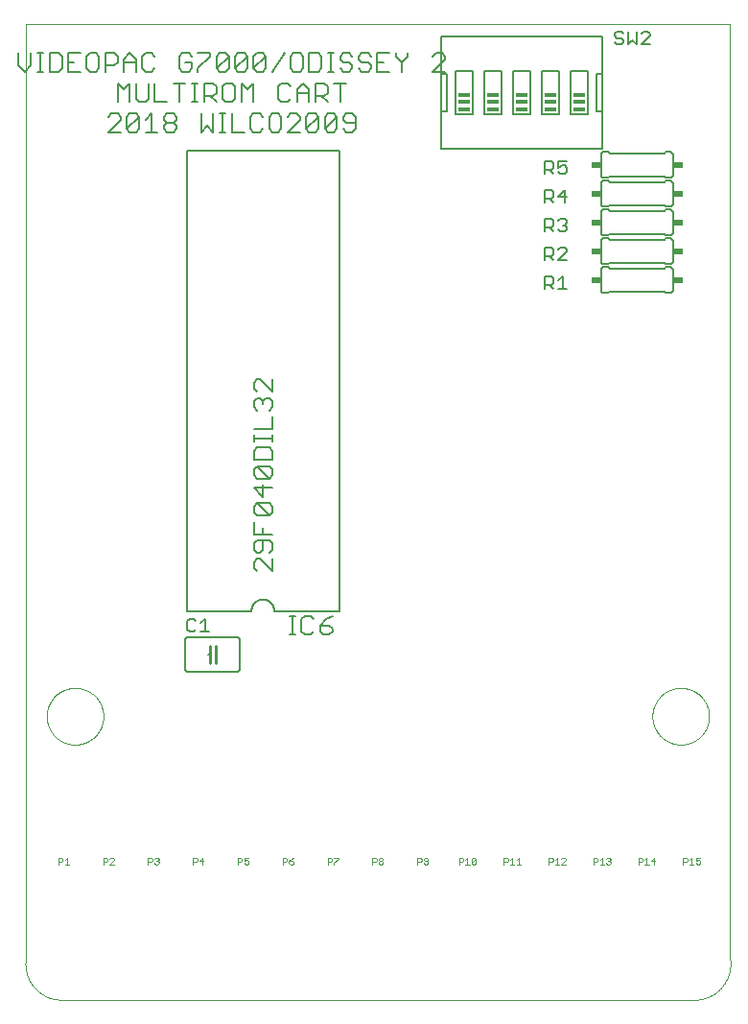
<source format=gto>
G75*
%MOIN*%
%OFA0B0*%
%FSLAX25Y25*%
%IPPOS*%
%LPD*%
%AMOC8*
5,1,8,0,0,1.08239X$1,22.5*
%
%ADD10C,0.00000*%
%ADD11C,0.00600*%
%ADD12C,0.00200*%
%ADD13R,0.03400X0.02400*%
%ADD14C,0.00500*%
%ADD15R,0.04000X0.01500*%
%ADD16C,0.01000*%
D10*
X0067595Y0047713D02*
X0067595Y0372634D01*
X0312516Y0372634D01*
X0312516Y0047713D01*
X0312517Y0047713D02*
X0312543Y0047410D01*
X0312563Y0047106D01*
X0312574Y0046802D01*
X0312579Y0046498D01*
X0312576Y0046194D01*
X0312566Y0045889D01*
X0312548Y0045586D01*
X0312524Y0045282D01*
X0312491Y0044980D01*
X0312452Y0044678D01*
X0312405Y0044377D01*
X0312351Y0044078D01*
X0312290Y0043780D01*
X0312221Y0043483D01*
X0312146Y0043189D01*
X0312063Y0042896D01*
X0311973Y0042605D01*
X0311877Y0042317D01*
X0311773Y0042030D01*
X0311663Y0041747D01*
X0311545Y0041466D01*
X0311421Y0041188D01*
X0311290Y0040914D01*
X0311153Y0040642D01*
X0311009Y0040374D01*
X0310859Y0040109D01*
X0310702Y0039849D01*
X0310539Y0039592D01*
X0310370Y0039339D01*
X0310195Y0039090D01*
X0310013Y0038845D01*
X0309826Y0038605D01*
X0309634Y0038370D01*
X0309435Y0038139D01*
X0309231Y0037913D01*
X0309022Y0037692D01*
X0308808Y0037477D01*
X0308588Y0037266D01*
X0308363Y0037061D01*
X0308133Y0036861D01*
X0307899Y0036667D01*
X0307660Y0036479D01*
X0307417Y0036296D01*
X0307169Y0036120D01*
X0306917Y0035949D01*
X0306661Y0035785D01*
X0306401Y0035627D01*
X0306137Y0035475D01*
X0305870Y0035330D01*
X0305599Y0035191D01*
X0305325Y0035058D01*
X0305048Y0034933D01*
X0304768Y0034814D01*
X0304485Y0034702D01*
X0304199Y0034596D01*
X0303911Y0034498D01*
X0303621Y0034407D01*
X0303329Y0034322D01*
X0303034Y0034245D01*
X0302738Y0034175D01*
X0302440Y0034112D01*
X0302141Y0034057D01*
X0301841Y0034008D01*
X0301539Y0033967D01*
X0301237Y0033933D01*
X0078875Y0033933D01*
X0078568Y0033968D01*
X0078262Y0034010D01*
X0077957Y0034059D01*
X0077653Y0034116D01*
X0077351Y0034180D01*
X0077050Y0034252D01*
X0076751Y0034331D01*
X0076455Y0034418D01*
X0076160Y0034512D01*
X0075868Y0034612D01*
X0075578Y0034720D01*
X0075292Y0034836D01*
X0075008Y0034958D01*
X0074727Y0035087D01*
X0074449Y0035223D01*
X0074175Y0035365D01*
X0073905Y0035515D01*
X0073638Y0035671D01*
X0073375Y0035833D01*
X0073116Y0036002D01*
X0072861Y0036177D01*
X0072611Y0036358D01*
X0072365Y0036546D01*
X0072124Y0036739D01*
X0071888Y0036939D01*
X0071657Y0037144D01*
X0071431Y0037354D01*
X0071210Y0037570D01*
X0070994Y0037792D01*
X0070784Y0038018D01*
X0070580Y0038250D01*
X0070381Y0038487D01*
X0070188Y0038729D01*
X0070002Y0038975D01*
X0069821Y0039225D01*
X0069646Y0039480D01*
X0069478Y0039740D01*
X0069316Y0040003D01*
X0069161Y0040270D01*
X0069012Y0040541D01*
X0068870Y0040816D01*
X0068735Y0041094D01*
X0068607Y0041375D01*
X0068485Y0041659D01*
X0068371Y0041946D01*
X0068264Y0042236D01*
X0068164Y0042528D01*
X0068071Y0042823D01*
X0067985Y0043120D01*
X0067907Y0043419D01*
X0067835Y0043720D01*
X0067772Y0044022D01*
X0067716Y0044326D01*
X0067667Y0044631D01*
X0067626Y0044937D01*
X0067592Y0045245D01*
X0067566Y0045553D01*
X0067547Y0045861D01*
X0067536Y0046170D01*
X0067533Y0046479D01*
X0067537Y0046788D01*
X0067549Y0047097D01*
X0067568Y0047405D01*
X0067595Y0047713D01*
X0074937Y0132358D02*
X0074940Y0132600D01*
X0074949Y0132841D01*
X0074964Y0133082D01*
X0074984Y0133323D01*
X0075011Y0133563D01*
X0075044Y0133802D01*
X0075082Y0134041D01*
X0075126Y0134278D01*
X0075176Y0134515D01*
X0075232Y0134750D01*
X0075294Y0134983D01*
X0075361Y0135215D01*
X0075434Y0135446D01*
X0075512Y0135674D01*
X0075597Y0135900D01*
X0075686Y0136125D01*
X0075781Y0136347D01*
X0075882Y0136566D01*
X0075988Y0136784D01*
X0076099Y0136998D01*
X0076216Y0137210D01*
X0076337Y0137418D01*
X0076464Y0137624D01*
X0076596Y0137826D01*
X0076733Y0138026D01*
X0076874Y0138221D01*
X0077020Y0138414D01*
X0077171Y0138602D01*
X0077327Y0138787D01*
X0077487Y0138968D01*
X0077651Y0139145D01*
X0077820Y0139318D01*
X0077993Y0139487D01*
X0078170Y0139651D01*
X0078351Y0139811D01*
X0078536Y0139967D01*
X0078724Y0140118D01*
X0078917Y0140264D01*
X0079112Y0140405D01*
X0079312Y0140542D01*
X0079514Y0140674D01*
X0079720Y0140801D01*
X0079928Y0140922D01*
X0080140Y0141039D01*
X0080354Y0141150D01*
X0080572Y0141256D01*
X0080791Y0141357D01*
X0081013Y0141452D01*
X0081238Y0141541D01*
X0081464Y0141626D01*
X0081692Y0141704D01*
X0081923Y0141777D01*
X0082155Y0141844D01*
X0082388Y0141906D01*
X0082623Y0141962D01*
X0082860Y0142012D01*
X0083097Y0142056D01*
X0083336Y0142094D01*
X0083575Y0142127D01*
X0083815Y0142154D01*
X0084056Y0142174D01*
X0084297Y0142189D01*
X0084538Y0142198D01*
X0084780Y0142201D01*
X0085022Y0142198D01*
X0085263Y0142189D01*
X0085504Y0142174D01*
X0085745Y0142154D01*
X0085985Y0142127D01*
X0086224Y0142094D01*
X0086463Y0142056D01*
X0086700Y0142012D01*
X0086937Y0141962D01*
X0087172Y0141906D01*
X0087405Y0141844D01*
X0087637Y0141777D01*
X0087868Y0141704D01*
X0088096Y0141626D01*
X0088322Y0141541D01*
X0088547Y0141452D01*
X0088769Y0141357D01*
X0088988Y0141256D01*
X0089206Y0141150D01*
X0089420Y0141039D01*
X0089632Y0140922D01*
X0089840Y0140801D01*
X0090046Y0140674D01*
X0090248Y0140542D01*
X0090448Y0140405D01*
X0090643Y0140264D01*
X0090836Y0140118D01*
X0091024Y0139967D01*
X0091209Y0139811D01*
X0091390Y0139651D01*
X0091567Y0139487D01*
X0091740Y0139318D01*
X0091909Y0139145D01*
X0092073Y0138968D01*
X0092233Y0138787D01*
X0092389Y0138602D01*
X0092540Y0138414D01*
X0092686Y0138221D01*
X0092827Y0138026D01*
X0092964Y0137826D01*
X0093096Y0137624D01*
X0093223Y0137418D01*
X0093344Y0137210D01*
X0093461Y0136998D01*
X0093572Y0136784D01*
X0093678Y0136566D01*
X0093779Y0136347D01*
X0093874Y0136125D01*
X0093963Y0135900D01*
X0094048Y0135674D01*
X0094126Y0135446D01*
X0094199Y0135215D01*
X0094266Y0134983D01*
X0094328Y0134750D01*
X0094384Y0134515D01*
X0094434Y0134278D01*
X0094478Y0134041D01*
X0094516Y0133802D01*
X0094549Y0133563D01*
X0094576Y0133323D01*
X0094596Y0133082D01*
X0094611Y0132841D01*
X0094620Y0132600D01*
X0094623Y0132358D01*
X0094620Y0132116D01*
X0094611Y0131875D01*
X0094596Y0131634D01*
X0094576Y0131393D01*
X0094549Y0131153D01*
X0094516Y0130914D01*
X0094478Y0130675D01*
X0094434Y0130438D01*
X0094384Y0130201D01*
X0094328Y0129966D01*
X0094266Y0129733D01*
X0094199Y0129501D01*
X0094126Y0129270D01*
X0094048Y0129042D01*
X0093963Y0128816D01*
X0093874Y0128591D01*
X0093779Y0128369D01*
X0093678Y0128150D01*
X0093572Y0127932D01*
X0093461Y0127718D01*
X0093344Y0127506D01*
X0093223Y0127298D01*
X0093096Y0127092D01*
X0092964Y0126890D01*
X0092827Y0126690D01*
X0092686Y0126495D01*
X0092540Y0126302D01*
X0092389Y0126114D01*
X0092233Y0125929D01*
X0092073Y0125748D01*
X0091909Y0125571D01*
X0091740Y0125398D01*
X0091567Y0125229D01*
X0091390Y0125065D01*
X0091209Y0124905D01*
X0091024Y0124749D01*
X0090836Y0124598D01*
X0090643Y0124452D01*
X0090448Y0124311D01*
X0090248Y0124174D01*
X0090046Y0124042D01*
X0089840Y0123915D01*
X0089632Y0123794D01*
X0089420Y0123677D01*
X0089206Y0123566D01*
X0088988Y0123460D01*
X0088769Y0123359D01*
X0088547Y0123264D01*
X0088322Y0123175D01*
X0088096Y0123090D01*
X0087868Y0123012D01*
X0087637Y0122939D01*
X0087405Y0122872D01*
X0087172Y0122810D01*
X0086937Y0122754D01*
X0086700Y0122704D01*
X0086463Y0122660D01*
X0086224Y0122622D01*
X0085985Y0122589D01*
X0085745Y0122562D01*
X0085504Y0122542D01*
X0085263Y0122527D01*
X0085022Y0122518D01*
X0084780Y0122515D01*
X0084538Y0122518D01*
X0084297Y0122527D01*
X0084056Y0122542D01*
X0083815Y0122562D01*
X0083575Y0122589D01*
X0083336Y0122622D01*
X0083097Y0122660D01*
X0082860Y0122704D01*
X0082623Y0122754D01*
X0082388Y0122810D01*
X0082155Y0122872D01*
X0081923Y0122939D01*
X0081692Y0123012D01*
X0081464Y0123090D01*
X0081238Y0123175D01*
X0081013Y0123264D01*
X0080791Y0123359D01*
X0080572Y0123460D01*
X0080354Y0123566D01*
X0080140Y0123677D01*
X0079928Y0123794D01*
X0079720Y0123915D01*
X0079514Y0124042D01*
X0079312Y0124174D01*
X0079112Y0124311D01*
X0078917Y0124452D01*
X0078724Y0124598D01*
X0078536Y0124749D01*
X0078351Y0124905D01*
X0078170Y0125065D01*
X0077993Y0125229D01*
X0077820Y0125398D01*
X0077651Y0125571D01*
X0077487Y0125748D01*
X0077327Y0125929D01*
X0077171Y0126114D01*
X0077020Y0126302D01*
X0076874Y0126495D01*
X0076733Y0126690D01*
X0076596Y0126890D01*
X0076464Y0127092D01*
X0076337Y0127298D01*
X0076216Y0127506D01*
X0076099Y0127718D01*
X0075988Y0127932D01*
X0075882Y0128150D01*
X0075781Y0128369D01*
X0075686Y0128591D01*
X0075597Y0128816D01*
X0075512Y0129042D01*
X0075434Y0129270D01*
X0075361Y0129501D01*
X0075294Y0129733D01*
X0075232Y0129966D01*
X0075176Y0130201D01*
X0075126Y0130438D01*
X0075082Y0130675D01*
X0075044Y0130914D01*
X0075011Y0131153D01*
X0074984Y0131393D01*
X0074964Y0131634D01*
X0074949Y0131875D01*
X0074940Y0132116D01*
X0074937Y0132358D01*
X0285488Y0132358D02*
X0285491Y0132600D01*
X0285500Y0132841D01*
X0285515Y0133082D01*
X0285535Y0133323D01*
X0285562Y0133563D01*
X0285595Y0133802D01*
X0285633Y0134041D01*
X0285677Y0134278D01*
X0285727Y0134515D01*
X0285783Y0134750D01*
X0285845Y0134983D01*
X0285912Y0135215D01*
X0285985Y0135446D01*
X0286063Y0135674D01*
X0286148Y0135900D01*
X0286237Y0136125D01*
X0286332Y0136347D01*
X0286433Y0136566D01*
X0286539Y0136784D01*
X0286650Y0136998D01*
X0286767Y0137210D01*
X0286888Y0137418D01*
X0287015Y0137624D01*
X0287147Y0137826D01*
X0287284Y0138026D01*
X0287425Y0138221D01*
X0287571Y0138414D01*
X0287722Y0138602D01*
X0287878Y0138787D01*
X0288038Y0138968D01*
X0288202Y0139145D01*
X0288371Y0139318D01*
X0288544Y0139487D01*
X0288721Y0139651D01*
X0288902Y0139811D01*
X0289087Y0139967D01*
X0289275Y0140118D01*
X0289468Y0140264D01*
X0289663Y0140405D01*
X0289863Y0140542D01*
X0290065Y0140674D01*
X0290271Y0140801D01*
X0290479Y0140922D01*
X0290691Y0141039D01*
X0290905Y0141150D01*
X0291123Y0141256D01*
X0291342Y0141357D01*
X0291564Y0141452D01*
X0291789Y0141541D01*
X0292015Y0141626D01*
X0292243Y0141704D01*
X0292474Y0141777D01*
X0292706Y0141844D01*
X0292939Y0141906D01*
X0293174Y0141962D01*
X0293411Y0142012D01*
X0293648Y0142056D01*
X0293887Y0142094D01*
X0294126Y0142127D01*
X0294366Y0142154D01*
X0294607Y0142174D01*
X0294848Y0142189D01*
X0295089Y0142198D01*
X0295331Y0142201D01*
X0295573Y0142198D01*
X0295814Y0142189D01*
X0296055Y0142174D01*
X0296296Y0142154D01*
X0296536Y0142127D01*
X0296775Y0142094D01*
X0297014Y0142056D01*
X0297251Y0142012D01*
X0297488Y0141962D01*
X0297723Y0141906D01*
X0297956Y0141844D01*
X0298188Y0141777D01*
X0298419Y0141704D01*
X0298647Y0141626D01*
X0298873Y0141541D01*
X0299098Y0141452D01*
X0299320Y0141357D01*
X0299539Y0141256D01*
X0299757Y0141150D01*
X0299971Y0141039D01*
X0300183Y0140922D01*
X0300391Y0140801D01*
X0300597Y0140674D01*
X0300799Y0140542D01*
X0300999Y0140405D01*
X0301194Y0140264D01*
X0301387Y0140118D01*
X0301575Y0139967D01*
X0301760Y0139811D01*
X0301941Y0139651D01*
X0302118Y0139487D01*
X0302291Y0139318D01*
X0302460Y0139145D01*
X0302624Y0138968D01*
X0302784Y0138787D01*
X0302940Y0138602D01*
X0303091Y0138414D01*
X0303237Y0138221D01*
X0303378Y0138026D01*
X0303515Y0137826D01*
X0303647Y0137624D01*
X0303774Y0137418D01*
X0303895Y0137210D01*
X0304012Y0136998D01*
X0304123Y0136784D01*
X0304229Y0136566D01*
X0304330Y0136347D01*
X0304425Y0136125D01*
X0304514Y0135900D01*
X0304599Y0135674D01*
X0304677Y0135446D01*
X0304750Y0135215D01*
X0304817Y0134983D01*
X0304879Y0134750D01*
X0304935Y0134515D01*
X0304985Y0134278D01*
X0305029Y0134041D01*
X0305067Y0133802D01*
X0305100Y0133563D01*
X0305127Y0133323D01*
X0305147Y0133082D01*
X0305162Y0132841D01*
X0305171Y0132600D01*
X0305174Y0132358D01*
X0305171Y0132116D01*
X0305162Y0131875D01*
X0305147Y0131634D01*
X0305127Y0131393D01*
X0305100Y0131153D01*
X0305067Y0130914D01*
X0305029Y0130675D01*
X0304985Y0130438D01*
X0304935Y0130201D01*
X0304879Y0129966D01*
X0304817Y0129733D01*
X0304750Y0129501D01*
X0304677Y0129270D01*
X0304599Y0129042D01*
X0304514Y0128816D01*
X0304425Y0128591D01*
X0304330Y0128369D01*
X0304229Y0128150D01*
X0304123Y0127932D01*
X0304012Y0127718D01*
X0303895Y0127506D01*
X0303774Y0127298D01*
X0303647Y0127092D01*
X0303515Y0126890D01*
X0303378Y0126690D01*
X0303237Y0126495D01*
X0303091Y0126302D01*
X0302940Y0126114D01*
X0302784Y0125929D01*
X0302624Y0125748D01*
X0302460Y0125571D01*
X0302291Y0125398D01*
X0302118Y0125229D01*
X0301941Y0125065D01*
X0301760Y0124905D01*
X0301575Y0124749D01*
X0301387Y0124598D01*
X0301194Y0124452D01*
X0300999Y0124311D01*
X0300799Y0124174D01*
X0300597Y0124042D01*
X0300391Y0123915D01*
X0300183Y0123794D01*
X0299971Y0123677D01*
X0299757Y0123566D01*
X0299539Y0123460D01*
X0299320Y0123359D01*
X0299098Y0123264D01*
X0298873Y0123175D01*
X0298647Y0123090D01*
X0298419Y0123012D01*
X0298188Y0122939D01*
X0297956Y0122872D01*
X0297723Y0122810D01*
X0297488Y0122754D01*
X0297251Y0122704D01*
X0297014Y0122660D01*
X0296775Y0122622D01*
X0296536Y0122589D01*
X0296296Y0122562D01*
X0296055Y0122542D01*
X0295814Y0122527D01*
X0295573Y0122518D01*
X0295331Y0122515D01*
X0295089Y0122518D01*
X0294848Y0122527D01*
X0294607Y0122542D01*
X0294366Y0122562D01*
X0294126Y0122589D01*
X0293887Y0122622D01*
X0293648Y0122660D01*
X0293411Y0122704D01*
X0293174Y0122754D01*
X0292939Y0122810D01*
X0292706Y0122872D01*
X0292474Y0122939D01*
X0292243Y0123012D01*
X0292015Y0123090D01*
X0291789Y0123175D01*
X0291564Y0123264D01*
X0291342Y0123359D01*
X0291123Y0123460D01*
X0290905Y0123566D01*
X0290691Y0123677D01*
X0290479Y0123794D01*
X0290271Y0123915D01*
X0290065Y0124042D01*
X0289863Y0124174D01*
X0289663Y0124311D01*
X0289468Y0124452D01*
X0289275Y0124598D01*
X0289087Y0124749D01*
X0288902Y0124905D01*
X0288721Y0125065D01*
X0288544Y0125229D01*
X0288371Y0125398D01*
X0288202Y0125571D01*
X0288038Y0125748D01*
X0287878Y0125929D01*
X0287722Y0126114D01*
X0287571Y0126302D01*
X0287425Y0126495D01*
X0287284Y0126690D01*
X0287147Y0126890D01*
X0287015Y0127092D01*
X0286888Y0127298D01*
X0286767Y0127506D01*
X0286650Y0127718D01*
X0286539Y0127932D01*
X0286433Y0128150D01*
X0286332Y0128369D01*
X0286237Y0128591D01*
X0286148Y0128816D01*
X0286063Y0129042D01*
X0285985Y0129270D01*
X0285912Y0129501D01*
X0285845Y0129733D01*
X0285783Y0129966D01*
X0285727Y0130201D01*
X0285677Y0130438D01*
X0285633Y0130675D01*
X0285595Y0130914D01*
X0285562Y0131153D01*
X0285535Y0131393D01*
X0285515Y0131634D01*
X0285500Y0131875D01*
X0285491Y0132116D01*
X0285488Y0132358D01*
D11*
X0176595Y0168933D02*
X0154095Y0168933D01*
X0159207Y0167139D02*
X0161342Y0167139D01*
X0160275Y0167139D02*
X0160275Y0160733D01*
X0161342Y0160733D02*
X0159207Y0160733D01*
X0163504Y0161801D02*
X0163504Y0166071D01*
X0164572Y0167139D01*
X0166707Y0167139D01*
X0167774Y0166071D01*
X0169950Y0163936D02*
X0173152Y0163936D01*
X0174220Y0162868D01*
X0174220Y0161801D01*
X0173152Y0160733D01*
X0171017Y0160733D01*
X0169950Y0161801D01*
X0169950Y0163936D01*
X0172085Y0166071D01*
X0174220Y0167139D01*
X0176595Y0168933D02*
X0176595Y0328933D01*
X0123595Y0328933D01*
X0123595Y0168933D01*
X0146095Y0168933D01*
X0146097Y0169059D01*
X0146103Y0169184D01*
X0146113Y0169309D01*
X0146127Y0169434D01*
X0146144Y0169559D01*
X0146166Y0169683D01*
X0146191Y0169806D01*
X0146221Y0169928D01*
X0146254Y0170049D01*
X0146291Y0170169D01*
X0146331Y0170288D01*
X0146376Y0170405D01*
X0146424Y0170522D01*
X0146476Y0170636D01*
X0146531Y0170749D01*
X0146590Y0170860D01*
X0146652Y0170969D01*
X0146718Y0171076D01*
X0146787Y0171181D01*
X0146859Y0171284D01*
X0146934Y0171385D01*
X0147013Y0171483D01*
X0147095Y0171578D01*
X0147179Y0171671D01*
X0147267Y0171761D01*
X0147357Y0171849D01*
X0147450Y0171933D01*
X0147545Y0172015D01*
X0147643Y0172094D01*
X0147744Y0172169D01*
X0147847Y0172241D01*
X0147952Y0172310D01*
X0148059Y0172376D01*
X0148168Y0172438D01*
X0148279Y0172497D01*
X0148392Y0172552D01*
X0148506Y0172604D01*
X0148623Y0172652D01*
X0148740Y0172697D01*
X0148859Y0172737D01*
X0148979Y0172774D01*
X0149100Y0172807D01*
X0149222Y0172837D01*
X0149345Y0172862D01*
X0149469Y0172884D01*
X0149594Y0172901D01*
X0149719Y0172915D01*
X0149844Y0172925D01*
X0149969Y0172931D01*
X0150095Y0172933D01*
X0150221Y0172931D01*
X0150346Y0172925D01*
X0150471Y0172915D01*
X0150596Y0172901D01*
X0150721Y0172884D01*
X0150845Y0172862D01*
X0150968Y0172837D01*
X0151090Y0172807D01*
X0151211Y0172774D01*
X0151331Y0172737D01*
X0151450Y0172697D01*
X0151567Y0172652D01*
X0151684Y0172604D01*
X0151798Y0172552D01*
X0151911Y0172497D01*
X0152022Y0172438D01*
X0152131Y0172376D01*
X0152238Y0172310D01*
X0152343Y0172241D01*
X0152446Y0172169D01*
X0152547Y0172094D01*
X0152645Y0172015D01*
X0152740Y0171933D01*
X0152833Y0171849D01*
X0152923Y0171761D01*
X0153011Y0171671D01*
X0153095Y0171578D01*
X0153177Y0171483D01*
X0153256Y0171385D01*
X0153331Y0171284D01*
X0153403Y0171181D01*
X0153472Y0171076D01*
X0153538Y0170969D01*
X0153600Y0170860D01*
X0153659Y0170749D01*
X0153714Y0170636D01*
X0153766Y0170522D01*
X0153814Y0170405D01*
X0153859Y0170288D01*
X0153899Y0170169D01*
X0153936Y0170049D01*
X0153969Y0169928D01*
X0153999Y0169806D01*
X0154024Y0169683D01*
X0154046Y0169559D01*
X0154063Y0169434D01*
X0154077Y0169309D01*
X0154087Y0169184D01*
X0154093Y0169059D01*
X0154095Y0168933D01*
X0163504Y0161801D02*
X0164572Y0160733D01*
X0166707Y0160733D01*
X0167774Y0161801D01*
X0153295Y0182733D02*
X0149025Y0187003D01*
X0147957Y0187003D01*
X0146890Y0185936D01*
X0146890Y0183801D01*
X0147957Y0182733D01*
X0153295Y0182733D02*
X0153295Y0187003D01*
X0152228Y0189179D02*
X0153295Y0190246D01*
X0153295Y0192381D01*
X0152228Y0193449D01*
X0147957Y0193449D01*
X0146890Y0192381D01*
X0146890Y0190246D01*
X0147957Y0189179D01*
X0149025Y0189179D01*
X0150092Y0190246D01*
X0150092Y0193449D01*
X0150092Y0195624D02*
X0150092Y0197759D01*
X0146890Y0195624D02*
X0146890Y0199894D01*
X0147957Y0202070D02*
X0146890Y0203137D01*
X0146890Y0205272D01*
X0147957Y0206340D01*
X0152228Y0202070D01*
X0153295Y0203137D01*
X0153295Y0205272D01*
X0152228Y0206340D01*
X0147957Y0206340D01*
X0150092Y0208515D02*
X0150092Y0212785D01*
X0147957Y0214961D02*
X0146890Y0216028D01*
X0146890Y0218163D01*
X0147957Y0219231D01*
X0152228Y0214961D01*
X0153295Y0216028D01*
X0153295Y0218163D01*
X0152228Y0219231D01*
X0147957Y0219231D01*
X0146890Y0221406D02*
X0146890Y0224609D01*
X0147957Y0225676D01*
X0152228Y0225676D01*
X0153295Y0224609D01*
X0153295Y0221406D01*
X0146890Y0221406D01*
X0147957Y0214961D02*
X0152228Y0214961D01*
X0153295Y0211718D02*
X0146890Y0211718D01*
X0150092Y0208515D01*
X0152228Y0202070D02*
X0147957Y0202070D01*
X0146890Y0195624D02*
X0153295Y0195624D01*
X0153295Y0227852D02*
X0153295Y0229987D01*
X0153295Y0228919D02*
X0146890Y0228919D01*
X0146890Y0227852D02*
X0146890Y0229987D01*
X0146890Y0232149D02*
X0153295Y0232149D01*
X0153295Y0236419D01*
X0152228Y0238594D02*
X0153295Y0239662D01*
X0153295Y0241797D01*
X0152228Y0242864D01*
X0151160Y0242864D01*
X0150092Y0241797D01*
X0150092Y0240729D01*
X0150092Y0241797D02*
X0149025Y0242864D01*
X0147957Y0242864D01*
X0146890Y0241797D01*
X0146890Y0239662D01*
X0147957Y0238594D01*
X0147957Y0245040D02*
X0146890Y0246107D01*
X0146890Y0248242D01*
X0147957Y0249310D01*
X0149025Y0249310D01*
X0153295Y0245040D01*
X0153295Y0249310D01*
X0212095Y0329433D02*
X0212095Y0342433D01*
X0212095Y0355433D01*
X0214095Y0355433D01*
X0214095Y0342433D01*
X0212095Y0342433D01*
X0217095Y0341433D02*
X0223095Y0341433D01*
X0223095Y0356433D01*
X0217095Y0356433D01*
X0217095Y0341433D01*
X0227095Y0341433D02*
X0233095Y0341433D01*
X0233095Y0356433D01*
X0227095Y0356433D01*
X0227095Y0341433D01*
X0237095Y0341433D02*
X0243095Y0341433D01*
X0243095Y0356433D01*
X0237095Y0356433D01*
X0237095Y0341433D01*
X0247095Y0341433D02*
X0253095Y0341433D01*
X0253095Y0356433D01*
X0247095Y0356433D01*
X0247095Y0341433D01*
X0257095Y0341433D02*
X0263095Y0341433D01*
X0263095Y0356433D01*
X0257095Y0356433D01*
X0257095Y0341433D01*
X0266095Y0342433D02*
X0268095Y0342433D01*
X0268095Y0355433D01*
X0268095Y0368433D01*
X0212095Y0368433D01*
X0212095Y0355433D01*
X0213417Y0356233D02*
X0209147Y0356233D01*
X0213417Y0360503D01*
X0213417Y0361571D01*
X0212350Y0362639D01*
X0210215Y0362639D01*
X0209147Y0361571D01*
X0200526Y0361571D02*
X0198391Y0359436D01*
X0198391Y0356233D01*
X0198391Y0359436D02*
X0196256Y0361571D01*
X0196256Y0362639D01*
X0194081Y0362639D02*
X0189810Y0362639D01*
X0189810Y0356233D01*
X0194081Y0356233D01*
X0191946Y0359436D02*
X0189810Y0359436D01*
X0187635Y0358368D02*
X0187635Y0357301D01*
X0186568Y0356233D01*
X0184433Y0356233D01*
X0183365Y0357301D01*
X0181190Y0357301D02*
X0180122Y0356233D01*
X0177987Y0356233D01*
X0176919Y0357301D01*
X0177987Y0359436D02*
X0180122Y0359436D01*
X0181190Y0358368D01*
X0181190Y0357301D01*
X0177987Y0359436D02*
X0176919Y0360503D01*
X0176919Y0361571D01*
X0177987Y0362639D01*
X0180122Y0362639D01*
X0181190Y0361571D01*
X0183365Y0361571D02*
X0183365Y0360503D01*
X0184433Y0359436D01*
X0186568Y0359436D01*
X0187635Y0358368D01*
X0187635Y0361571D02*
X0186568Y0362639D01*
X0184433Y0362639D01*
X0183365Y0361571D01*
X0174758Y0362639D02*
X0172622Y0362639D01*
X0173690Y0362639D02*
X0173690Y0356233D01*
X0172622Y0356233D02*
X0174758Y0356233D01*
X0174771Y0352139D02*
X0179041Y0352139D01*
X0176906Y0352139D02*
X0176906Y0345733D01*
X0172596Y0345733D02*
X0170461Y0347868D01*
X0171528Y0347868D02*
X0168326Y0347868D01*
X0168326Y0345733D02*
X0168326Y0352139D01*
X0171528Y0352139D01*
X0172596Y0351071D01*
X0172596Y0348936D01*
X0171528Y0347868D01*
X0166150Y0348936D02*
X0161880Y0348936D01*
X0161880Y0350003D02*
X0161880Y0345733D01*
X0159705Y0346801D02*
X0158637Y0345733D01*
X0156502Y0345733D01*
X0155435Y0346801D01*
X0155435Y0351071D01*
X0156502Y0352139D01*
X0158637Y0352139D01*
X0159705Y0351071D01*
X0161880Y0350003D02*
X0164015Y0352139D01*
X0166150Y0350003D01*
X0166150Y0345733D01*
X0166170Y0341639D02*
X0168306Y0341639D01*
X0169373Y0340571D01*
X0165103Y0336301D01*
X0166170Y0335233D01*
X0168306Y0335233D01*
X0169373Y0336301D01*
X0169373Y0340571D01*
X0171548Y0340571D02*
X0171548Y0336301D01*
X0175819Y0340571D01*
X0175819Y0336301D01*
X0174751Y0335233D01*
X0172616Y0335233D01*
X0171548Y0336301D01*
X0171548Y0340571D02*
X0172616Y0341639D01*
X0174751Y0341639D01*
X0175819Y0340571D01*
X0177994Y0340571D02*
X0177994Y0339503D01*
X0179061Y0338436D01*
X0182264Y0338436D01*
X0182264Y0340571D02*
X0181197Y0341639D01*
X0179061Y0341639D01*
X0177994Y0340571D01*
X0182264Y0340571D02*
X0182264Y0336301D01*
X0181197Y0335233D01*
X0179061Y0335233D01*
X0177994Y0336301D01*
X0165103Y0336301D02*
X0165103Y0340571D01*
X0166170Y0341639D01*
X0162928Y0340571D02*
X0161860Y0341639D01*
X0159725Y0341639D01*
X0158657Y0340571D01*
X0156482Y0340571D02*
X0156482Y0336301D01*
X0155415Y0335233D01*
X0153279Y0335233D01*
X0152212Y0336301D01*
X0152212Y0340571D01*
X0153279Y0341639D01*
X0155415Y0341639D01*
X0156482Y0340571D01*
X0158657Y0335233D02*
X0162928Y0339503D01*
X0162928Y0340571D01*
X0162928Y0335233D02*
X0158657Y0335233D01*
X0150037Y0336301D02*
X0148969Y0335233D01*
X0146834Y0335233D01*
X0145766Y0336301D01*
X0145766Y0340571D01*
X0146834Y0341639D01*
X0148969Y0341639D01*
X0150037Y0340571D01*
X0146814Y0345733D02*
X0146814Y0352139D01*
X0144679Y0350003D01*
X0142544Y0352139D01*
X0142544Y0345733D01*
X0140368Y0346801D02*
X0140368Y0351071D01*
X0139301Y0352139D01*
X0137166Y0352139D01*
X0136098Y0351071D01*
X0136098Y0346801D01*
X0137166Y0345733D01*
X0139301Y0345733D01*
X0140368Y0346801D01*
X0139321Y0341639D02*
X0139321Y0335233D01*
X0143591Y0335233D01*
X0137159Y0335233D02*
X0135024Y0335233D01*
X0136091Y0335233D02*
X0136091Y0341639D01*
X0135024Y0341639D02*
X0137159Y0341639D01*
X0132849Y0341639D02*
X0132849Y0335233D01*
X0130713Y0337368D01*
X0128578Y0335233D01*
X0128578Y0341639D01*
X0129653Y0345733D02*
X0129653Y0352139D01*
X0132855Y0352139D01*
X0133923Y0351071D01*
X0133923Y0348936D01*
X0132855Y0347868D01*
X0129653Y0347868D01*
X0131788Y0347868D02*
X0133923Y0345733D01*
X0127491Y0345733D02*
X0125356Y0345733D01*
X0126423Y0345733D02*
X0126423Y0352139D01*
X0125356Y0352139D02*
X0127491Y0352139D01*
X0127504Y0356233D02*
X0127504Y0357301D01*
X0131774Y0361571D01*
X0131774Y0362639D01*
X0127504Y0362639D01*
X0125329Y0361571D02*
X0124261Y0362639D01*
X0122126Y0362639D01*
X0121059Y0361571D01*
X0121059Y0357301D01*
X0122126Y0356233D01*
X0124261Y0356233D01*
X0125329Y0357301D01*
X0125329Y0359436D01*
X0123194Y0359436D01*
X0123180Y0352139D02*
X0118910Y0352139D01*
X0121045Y0352139D02*
X0121045Y0345733D01*
X0116735Y0345733D02*
X0112465Y0345733D01*
X0112465Y0352139D01*
X0110289Y0352139D02*
X0110289Y0346801D01*
X0109222Y0345733D01*
X0107087Y0345733D01*
X0106019Y0346801D01*
X0106019Y0352139D01*
X0103844Y0352139D02*
X0103844Y0345733D01*
X0101709Y0350003D02*
X0103844Y0352139D01*
X0101709Y0350003D02*
X0099574Y0352139D01*
X0099574Y0345733D01*
X0099554Y0341639D02*
X0097418Y0341639D01*
X0096351Y0340571D01*
X0099554Y0341639D02*
X0100621Y0340571D01*
X0100621Y0339503D01*
X0096351Y0335233D01*
X0100621Y0335233D01*
X0102796Y0336301D02*
X0107067Y0340571D01*
X0107067Y0336301D01*
X0105999Y0335233D01*
X0103864Y0335233D01*
X0102796Y0336301D01*
X0102796Y0340571D01*
X0103864Y0341639D01*
X0105999Y0341639D01*
X0107067Y0340571D01*
X0109242Y0339503D02*
X0111377Y0341639D01*
X0111377Y0335233D01*
X0109242Y0335233D02*
X0113512Y0335233D01*
X0115687Y0336301D02*
X0115687Y0337368D01*
X0116755Y0338436D01*
X0118890Y0338436D01*
X0119958Y0337368D01*
X0119958Y0336301D01*
X0118890Y0335233D01*
X0116755Y0335233D01*
X0115687Y0336301D01*
X0116755Y0338436D02*
X0115687Y0339503D01*
X0115687Y0340571D01*
X0116755Y0341639D01*
X0118890Y0341639D01*
X0119958Y0340571D01*
X0119958Y0339503D01*
X0118890Y0338436D01*
X0111370Y0356233D02*
X0109235Y0356233D01*
X0108168Y0357301D01*
X0108168Y0361571D01*
X0109235Y0362639D01*
X0111370Y0362639D01*
X0112438Y0361571D01*
X0112438Y0357301D02*
X0111370Y0356233D01*
X0105992Y0356233D02*
X0105992Y0360503D01*
X0103857Y0362639D01*
X0101722Y0360503D01*
X0101722Y0356233D01*
X0101722Y0359436D02*
X0105992Y0359436D01*
X0099547Y0359436D02*
X0098479Y0358368D01*
X0095277Y0358368D01*
X0095277Y0356233D02*
X0095277Y0362639D01*
X0098479Y0362639D01*
X0099547Y0361571D01*
X0099547Y0359436D01*
X0093101Y0357301D02*
X0093101Y0361571D01*
X0092034Y0362639D01*
X0089899Y0362639D01*
X0088831Y0361571D01*
X0088831Y0357301D01*
X0089899Y0356233D01*
X0092034Y0356233D01*
X0093101Y0357301D01*
X0086656Y0356233D02*
X0082386Y0356233D01*
X0082386Y0362639D01*
X0086656Y0362639D01*
X0084521Y0359436D02*
X0082386Y0359436D01*
X0080210Y0361571D02*
X0079143Y0362639D01*
X0075940Y0362639D01*
X0075940Y0356233D01*
X0079143Y0356233D01*
X0080210Y0357301D01*
X0080210Y0361571D01*
X0073778Y0362639D02*
X0071643Y0362639D01*
X0072711Y0362639D02*
X0072711Y0356233D01*
X0073778Y0356233D02*
X0071643Y0356233D01*
X0069468Y0358368D02*
X0069468Y0362639D01*
X0069468Y0358368D02*
X0067333Y0356233D01*
X0065198Y0358368D01*
X0065198Y0362639D01*
X0133950Y0361571D02*
X0133950Y0357301D01*
X0138220Y0361571D01*
X0138220Y0357301D01*
X0137152Y0356233D01*
X0135017Y0356233D01*
X0133950Y0357301D01*
X0133950Y0361571D02*
X0135017Y0362639D01*
X0137152Y0362639D01*
X0138220Y0361571D01*
X0140395Y0361571D02*
X0140395Y0357301D01*
X0144665Y0361571D01*
X0144665Y0357301D01*
X0143598Y0356233D01*
X0141463Y0356233D01*
X0140395Y0357301D01*
X0140395Y0361571D02*
X0141463Y0362639D01*
X0143598Y0362639D01*
X0144665Y0361571D01*
X0146841Y0361571D02*
X0147908Y0362639D01*
X0150043Y0362639D01*
X0151111Y0361571D01*
X0146841Y0357301D01*
X0147908Y0356233D01*
X0150043Y0356233D01*
X0151111Y0357301D01*
X0151111Y0361571D01*
X0146841Y0361571D02*
X0146841Y0357301D01*
X0153286Y0356233D02*
X0157556Y0362639D01*
X0159731Y0361571D02*
X0159731Y0357301D01*
X0160799Y0356233D01*
X0162934Y0356233D01*
X0164002Y0357301D01*
X0164002Y0361571D01*
X0162934Y0362639D01*
X0160799Y0362639D01*
X0159731Y0361571D01*
X0166177Y0362639D02*
X0166177Y0356233D01*
X0169380Y0356233D01*
X0170447Y0357301D01*
X0170447Y0361571D01*
X0169380Y0362639D01*
X0166177Y0362639D01*
X0200526Y0362639D02*
X0200526Y0361571D01*
X0212095Y0329433D02*
X0268095Y0329433D01*
X0268095Y0342433D01*
X0266095Y0342433D02*
X0266095Y0355433D01*
X0268095Y0355433D01*
X0268595Y0328433D02*
X0270095Y0328433D01*
X0270595Y0327933D01*
X0289595Y0327933D01*
X0290095Y0328433D01*
X0291595Y0328433D01*
X0291655Y0328431D01*
X0291716Y0328426D01*
X0291775Y0328417D01*
X0291834Y0328404D01*
X0291893Y0328388D01*
X0291950Y0328368D01*
X0292005Y0328345D01*
X0292060Y0328318D01*
X0292112Y0328289D01*
X0292163Y0328256D01*
X0292212Y0328220D01*
X0292258Y0328182D01*
X0292302Y0328140D01*
X0292344Y0328096D01*
X0292382Y0328050D01*
X0292418Y0328001D01*
X0292451Y0327950D01*
X0292480Y0327898D01*
X0292507Y0327843D01*
X0292530Y0327788D01*
X0292550Y0327731D01*
X0292566Y0327672D01*
X0292579Y0327613D01*
X0292588Y0327554D01*
X0292593Y0327493D01*
X0292595Y0327433D01*
X0292595Y0320433D01*
X0292593Y0320373D01*
X0292588Y0320312D01*
X0292579Y0320253D01*
X0292566Y0320194D01*
X0292550Y0320135D01*
X0292530Y0320078D01*
X0292507Y0320023D01*
X0292480Y0319968D01*
X0292451Y0319916D01*
X0292418Y0319865D01*
X0292382Y0319816D01*
X0292344Y0319770D01*
X0292302Y0319726D01*
X0292258Y0319684D01*
X0292212Y0319646D01*
X0292163Y0319610D01*
X0292112Y0319577D01*
X0292060Y0319548D01*
X0292005Y0319521D01*
X0291950Y0319498D01*
X0291893Y0319478D01*
X0291834Y0319462D01*
X0291775Y0319449D01*
X0291716Y0319440D01*
X0291655Y0319435D01*
X0291595Y0319433D01*
X0290095Y0319433D01*
X0289595Y0319933D01*
X0270595Y0319933D01*
X0270095Y0319433D01*
X0268595Y0319433D01*
X0268595Y0318433D02*
X0270095Y0318433D01*
X0270595Y0317933D01*
X0289595Y0317933D01*
X0290095Y0318433D01*
X0291595Y0318433D01*
X0291655Y0318431D01*
X0291716Y0318426D01*
X0291775Y0318417D01*
X0291834Y0318404D01*
X0291893Y0318388D01*
X0291950Y0318368D01*
X0292005Y0318345D01*
X0292060Y0318318D01*
X0292112Y0318289D01*
X0292163Y0318256D01*
X0292212Y0318220D01*
X0292258Y0318182D01*
X0292302Y0318140D01*
X0292344Y0318096D01*
X0292382Y0318050D01*
X0292418Y0318001D01*
X0292451Y0317950D01*
X0292480Y0317898D01*
X0292507Y0317843D01*
X0292530Y0317788D01*
X0292550Y0317731D01*
X0292566Y0317672D01*
X0292579Y0317613D01*
X0292588Y0317554D01*
X0292593Y0317493D01*
X0292595Y0317433D01*
X0292595Y0310433D01*
X0292593Y0310373D01*
X0292588Y0310312D01*
X0292579Y0310253D01*
X0292566Y0310194D01*
X0292550Y0310135D01*
X0292530Y0310078D01*
X0292507Y0310023D01*
X0292480Y0309968D01*
X0292451Y0309916D01*
X0292418Y0309865D01*
X0292382Y0309816D01*
X0292344Y0309770D01*
X0292302Y0309726D01*
X0292258Y0309684D01*
X0292212Y0309646D01*
X0292163Y0309610D01*
X0292112Y0309577D01*
X0292060Y0309548D01*
X0292005Y0309521D01*
X0291950Y0309498D01*
X0291893Y0309478D01*
X0291834Y0309462D01*
X0291775Y0309449D01*
X0291716Y0309440D01*
X0291655Y0309435D01*
X0291595Y0309433D01*
X0290095Y0309433D01*
X0289595Y0309933D01*
X0270595Y0309933D01*
X0270095Y0309433D01*
X0268595Y0309433D01*
X0268595Y0308433D02*
X0270095Y0308433D01*
X0270595Y0307933D01*
X0289595Y0307933D01*
X0290095Y0308433D01*
X0291595Y0308433D01*
X0291655Y0308431D01*
X0291716Y0308426D01*
X0291775Y0308417D01*
X0291834Y0308404D01*
X0291893Y0308388D01*
X0291950Y0308368D01*
X0292005Y0308345D01*
X0292060Y0308318D01*
X0292112Y0308289D01*
X0292163Y0308256D01*
X0292212Y0308220D01*
X0292258Y0308182D01*
X0292302Y0308140D01*
X0292344Y0308096D01*
X0292382Y0308050D01*
X0292418Y0308001D01*
X0292451Y0307950D01*
X0292480Y0307898D01*
X0292507Y0307843D01*
X0292530Y0307788D01*
X0292550Y0307731D01*
X0292566Y0307672D01*
X0292579Y0307613D01*
X0292588Y0307554D01*
X0292593Y0307493D01*
X0292595Y0307433D01*
X0292595Y0300433D01*
X0292593Y0300373D01*
X0292588Y0300312D01*
X0292579Y0300253D01*
X0292566Y0300194D01*
X0292550Y0300135D01*
X0292530Y0300078D01*
X0292507Y0300023D01*
X0292480Y0299968D01*
X0292451Y0299916D01*
X0292418Y0299865D01*
X0292382Y0299816D01*
X0292344Y0299770D01*
X0292302Y0299726D01*
X0292258Y0299684D01*
X0292212Y0299646D01*
X0292163Y0299610D01*
X0292112Y0299577D01*
X0292060Y0299548D01*
X0292005Y0299521D01*
X0291950Y0299498D01*
X0291893Y0299478D01*
X0291834Y0299462D01*
X0291775Y0299449D01*
X0291716Y0299440D01*
X0291655Y0299435D01*
X0291595Y0299433D01*
X0290095Y0299433D01*
X0289595Y0299933D01*
X0270595Y0299933D01*
X0270095Y0299433D01*
X0268595Y0299433D01*
X0268595Y0298433D02*
X0270095Y0298433D01*
X0270595Y0297933D01*
X0289595Y0297933D01*
X0290095Y0298433D01*
X0291595Y0298433D01*
X0291655Y0298431D01*
X0291716Y0298426D01*
X0291775Y0298417D01*
X0291834Y0298404D01*
X0291893Y0298388D01*
X0291950Y0298368D01*
X0292005Y0298345D01*
X0292060Y0298318D01*
X0292112Y0298289D01*
X0292163Y0298256D01*
X0292212Y0298220D01*
X0292258Y0298182D01*
X0292302Y0298140D01*
X0292344Y0298096D01*
X0292382Y0298050D01*
X0292418Y0298001D01*
X0292451Y0297950D01*
X0292480Y0297898D01*
X0292507Y0297843D01*
X0292530Y0297788D01*
X0292550Y0297731D01*
X0292566Y0297672D01*
X0292579Y0297613D01*
X0292588Y0297554D01*
X0292593Y0297493D01*
X0292595Y0297433D01*
X0292595Y0290433D01*
X0292593Y0290373D01*
X0292588Y0290312D01*
X0292579Y0290253D01*
X0292566Y0290194D01*
X0292550Y0290135D01*
X0292530Y0290078D01*
X0292507Y0290023D01*
X0292480Y0289968D01*
X0292451Y0289916D01*
X0292418Y0289865D01*
X0292382Y0289816D01*
X0292344Y0289770D01*
X0292302Y0289726D01*
X0292258Y0289684D01*
X0292212Y0289646D01*
X0292163Y0289610D01*
X0292112Y0289577D01*
X0292060Y0289548D01*
X0292005Y0289521D01*
X0291950Y0289498D01*
X0291893Y0289478D01*
X0291834Y0289462D01*
X0291775Y0289449D01*
X0291716Y0289440D01*
X0291655Y0289435D01*
X0291595Y0289433D01*
X0290095Y0289433D01*
X0289595Y0289933D01*
X0270595Y0289933D01*
X0270095Y0289433D01*
X0268595Y0289433D01*
X0268595Y0288433D02*
X0270095Y0288433D01*
X0270595Y0287933D01*
X0289595Y0287933D01*
X0290095Y0288433D01*
X0291595Y0288433D01*
X0291655Y0288431D01*
X0291716Y0288426D01*
X0291775Y0288417D01*
X0291834Y0288404D01*
X0291893Y0288388D01*
X0291950Y0288368D01*
X0292005Y0288345D01*
X0292060Y0288318D01*
X0292112Y0288289D01*
X0292163Y0288256D01*
X0292212Y0288220D01*
X0292258Y0288182D01*
X0292302Y0288140D01*
X0292344Y0288096D01*
X0292382Y0288050D01*
X0292418Y0288001D01*
X0292451Y0287950D01*
X0292480Y0287898D01*
X0292507Y0287843D01*
X0292530Y0287788D01*
X0292550Y0287731D01*
X0292566Y0287672D01*
X0292579Y0287613D01*
X0292588Y0287554D01*
X0292593Y0287493D01*
X0292595Y0287433D01*
X0292595Y0280433D01*
X0292593Y0280373D01*
X0292588Y0280312D01*
X0292579Y0280253D01*
X0292566Y0280194D01*
X0292550Y0280135D01*
X0292530Y0280078D01*
X0292507Y0280023D01*
X0292480Y0279968D01*
X0292451Y0279916D01*
X0292418Y0279865D01*
X0292382Y0279816D01*
X0292344Y0279770D01*
X0292302Y0279726D01*
X0292258Y0279684D01*
X0292212Y0279646D01*
X0292163Y0279610D01*
X0292112Y0279577D01*
X0292060Y0279548D01*
X0292005Y0279521D01*
X0291950Y0279498D01*
X0291893Y0279478D01*
X0291834Y0279462D01*
X0291775Y0279449D01*
X0291716Y0279440D01*
X0291655Y0279435D01*
X0291595Y0279433D01*
X0290095Y0279433D01*
X0289595Y0279933D01*
X0270595Y0279933D01*
X0270095Y0279433D01*
X0268595Y0279433D01*
X0268535Y0279435D01*
X0268474Y0279440D01*
X0268415Y0279449D01*
X0268356Y0279462D01*
X0268297Y0279478D01*
X0268240Y0279498D01*
X0268185Y0279521D01*
X0268130Y0279548D01*
X0268078Y0279577D01*
X0268027Y0279610D01*
X0267978Y0279646D01*
X0267932Y0279684D01*
X0267888Y0279726D01*
X0267846Y0279770D01*
X0267808Y0279816D01*
X0267772Y0279865D01*
X0267739Y0279916D01*
X0267710Y0279968D01*
X0267683Y0280023D01*
X0267660Y0280078D01*
X0267640Y0280135D01*
X0267624Y0280194D01*
X0267611Y0280253D01*
X0267602Y0280312D01*
X0267597Y0280373D01*
X0267595Y0280433D01*
X0267595Y0287433D01*
X0267597Y0287493D01*
X0267602Y0287554D01*
X0267611Y0287613D01*
X0267624Y0287672D01*
X0267640Y0287731D01*
X0267660Y0287788D01*
X0267683Y0287843D01*
X0267710Y0287898D01*
X0267739Y0287950D01*
X0267772Y0288001D01*
X0267808Y0288050D01*
X0267846Y0288096D01*
X0267888Y0288140D01*
X0267932Y0288182D01*
X0267978Y0288220D01*
X0268027Y0288256D01*
X0268078Y0288289D01*
X0268130Y0288318D01*
X0268185Y0288345D01*
X0268240Y0288368D01*
X0268297Y0288388D01*
X0268356Y0288404D01*
X0268415Y0288417D01*
X0268474Y0288426D01*
X0268535Y0288431D01*
X0268595Y0288433D01*
X0268595Y0289433D02*
X0268535Y0289435D01*
X0268474Y0289440D01*
X0268415Y0289449D01*
X0268356Y0289462D01*
X0268297Y0289478D01*
X0268240Y0289498D01*
X0268185Y0289521D01*
X0268130Y0289548D01*
X0268078Y0289577D01*
X0268027Y0289610D01*
X0267978Y0289646D01*
X0267932Y0289684D01*
X0267888Y0289726D01*
X0267846Y0289770D01*
X0267808Y0289816D01*
X0267772Y0289865D01*
X0267739Y0289916D01*
X0267710Y0289968D01*
X0267683Y0290023D01*
X0267660Y0290078D01*
X0267640Y0290135D01*
X0267624Y0290194D01*
X0267611Y0290253D01*
X0267602Y0290312D01*
X0267597Y0290373D01*
X0267595Y0290433D01*
X0267595Y0297433D01*
X0267597Y0297493D01*
X0267602Y0297554D01*
X0267611Y0297613D01*
X0267624Y0297672D01*
X0267640Y0297731D01*
X0267660Y0297788D01*
X0267683Y0297843D01*
X0267710Y0297898D01*
X0267739Y0297950D01*
X0267772Y0298001D01*
X0267808Y0298050D01*
X0267846Y0298096D01*
X0267888Y0298140D01*
X0267932Y0298182D01*
X0267978Y0298220D01*
X0268027Y0298256D01*
X0268078Y0298289D01*
X0268130Y0298318D01*
X0268185Y0298345D01*
X0268240Y0298368D01*
X0268297Y0298388D01*
X0268356Y0298404D01*
X0268415Y0298417D01*
X0268474Y0298426D01*
X0268535Y0298431D01*
X0268595Y0298433D01*
X0268595Y0299433D02*
X0268535Y0299435D01*
X0268474Y0299440D01*
X0268415Y0299449D01*
X0268356Y0299462D01*
X0268297Y0299478D01*
X0268240Y0299498D01*
X0268185Y0299521D01*
X0268130Y0299548D01*
X0268078Y0299577D01*
X0268027Y0299610D01*
X0267978Y0299646D01*
X0267932Y0299684D01*
X0267888Y0299726D01*
X0267846Y0299770D01*
X0267808Y0299816D01*
X0267772Y0299865D01*
X0267739Y0299916D01*
X0267710Y0299968D01*
X0267683Y0300023D01*
X0267660Y0300078D01*
X0267640Y0300135D01*
X0267624Y0300194D01*
X0267611Y0300253D01*
X0267602Y0300312D01*
X0267597Y0300373D01*
X0267595Y0300433D01*
X0267595Y0307433D01*
X0267597Y0307493D01*
X0267602Y0307554D01*
X0267611Y0307613D01*
X0267624Y0307672D01*
X0267640Y0307731D01*
X0267660Y0307788D01*
X0267683Y0307843D01*
X0267710Y0307898D01*
X0267739Y0307950D01*
X0267772Y0308001D01*
X0267808Y0308050D01*
X0267846Y0308096D01*
X0267888Y0308140D01*
X0267932Y0308182D01*
X0267978Y0308220D01*
X0268027Y0308256D01*
X0268078Y0308289D01*
X0268130Y0308318D01*
X0268185Y0308345D01*
X0268240Y0308368D01*
X0268297Y0308388D01*
X0268356Y0308404D01*
X0268415Y0308417D01*
X0268474Y0308426D01*
X0268535Y0308431D01*
X0268595Y0308433D01*
X0268595Y0309433D02*
X0268535Y0309435D01*
X0268474Y0309440D01*
X0268415Y0309449D01*
X0268356Y0309462D01*
X0268297Y0309478D01*
X0268240Y0309498D01*
X0268185Y0309521D01*
X0268130Y0309548D01*
X0268078Y0309577D01*
X0268027Y0309610D01*
X0267978Y0309646D01*
X0267932Y0309684D01*
X0267888Y0309726D01*
X0267846Y0309770D01*
X0267808Y0309816D01*
X0267772Y0309865D01*
X0267739Y0309916D01*
X0267710Y0309968D01*
X0267683Y0310023D01*
X0267660Y0310078D01*
X0267640Y0310135D01*
X0267624Y0310194D01*
X0267611Y0310253D01*
X0267602Y0310312D01*
X0267597Y0310373D01*
X0267595Y0310433D01*
X0267595Y0317433D01*
X0267597Y0317493D01*
X0267602Y0317554D01*
X0267611Y0317613D01*
X0267624Y0317672D01*
X0267640Y0317731D01*
X0267660Y0317788D01*
X0267683Y0317843D01*
X0267710Y0317898D01*
X0267739Y0317950D01*
X0267772Y0318001D01*
X0267808Y0318050D01*
X0267846Y0318096D01*
X0267888Y0318140D01*
X0267932Y0318182D01*
X0267978Y0318220D01*
X0268027Y0318256D01*
X0268078Y0318289D01*
X0268130Y0318318D01*
X0268185Y0318345D01*
X0268240Y0318368D01*
X0268297Y0318388D01*
X0268356Y0318404D01*
X0268415Y0318417D01*
X0268474Y0318426D01*
X0268535Y0318431D01*
X0268595Y0318433D01*
X0268595Y0319433D02*
X0268535Y0319435D01*
X0268474Y0319440D01*
X0268415Y0319449D01*
X0268356Y0319462D01*
X0268297Y0319478D01*
X0268240Y0319498D01*
X0268185Y0319521D01*
X0268130Y0319548D01*
X0268078Y0319577D01*
X0268027Y0319610D01*
X0267978Y0319646D01*
X0267932Y0319684D01*
X0267888Y0319726D01*
X0267846Y0319770D01*
X0267808Y0319816D01*
X0267772Y0319865D01*
X0267739Y0319916D01*
X0267710Y0319968D01*
X0267683Y0320023D01*
X0267660Y0320078D01*
X0267640Y0320135D01*
X0267624Y0320194D01*
X0267611Y0320253D01*
X0267602Y0320312D01*
X0267597Y0320373D01*
X0267595Y0320433D01*
X0267595Y0327433D01*
X0267597Y0327493D01*
X0267602Y0327554D01*
X0267611Y0327613D01*
X0267624Y0327672D01*
X0267640Y0327731D01*
X0267660Y0327788D01*
X0267683Y0327843D01*
X0267710Y0327898D01*
X0267739Y0327950D01*
X0267772Y0328001D01*
X0267808Y0328050D01*
X0267846Y0328096D01*
X0267888Y0328140D01*
X0267932Y0328182D01*
X0267978Y0328220D01*
X0268027Y0328256D01*
X0268078Y0328289D01*
X0268130Y0328318D01*
X0268185Y0328345D01*
X0268240Y0328368D01*
X0268297Y0328388D01*
X0268356Y0328404D01*
X0268415Y0328417D01*
X0268474Y0328426D01*
X0268535Y0328431D01*
X0268595Y0328433D01*
X0141095Y0159933D02*
X0124095Y0159933D01*
X0124035Y0159931D01*
X0123974Y0159926D01*
X0123915Y0159917D01*
X0123856Y0159904D01*
X0123797Y0159888D01*
X0123740Y0159868D01*
X0123685Y0159845D01*
X0123630Y0159818D01*
X0123578Y0159789D01*
X0123527Y0159756D01*
X0123478Y0159720D01*
X0123432Y0159682D01*
X0123388Y0159640D01*
X0123346Y0159596D01*
X0123308Y0159550D01*
X0123272Y0159501D01*
X0123239Y0159450D01*
X0123210Y0159398D01*
X0123183Y0159343D01*
X0123160Y0159288D01*
X0123140Y0159231D01*
X0123124Y0159172D01*
X0123111Y0159113D01*
X0123102Y0159054D01*
X0123097Y0158993D01*
X0123095Y0158933D01*
X0123095Y0148933D01*
X0123097Y0148873D01*
X0123102Y0148812D01*
X0123111Y0148753D01*
X0123124Y0148694D01*
X0123140Y0148635D01*
X0123160Y0148578D01*
X0123183Y0148523D01*
X0123210Y0148468D01*
X0123239Y0148416D01*
X0123272Y0148365D01*
X0123308Y0148316D01*
X0123346Y0148270D01*
X0123388Y0148226D01*
X0123432Y0148184D01*
X0123478Y0148146D01*
X0123527Y0148110D01*
X0123578Y0148077D01*
X0123630Y0148048D01*
X0123685Y0148021D01*
X0123740Y0147998D01*
X0123797Y0147978D01*
X0123856Y0147962D01*
X0123915Y0147949D01*
X0123974Y0147940D01*
X0124035Y0147935D01*
X0124095Y0147933D01*
X0141095Y0147933D01*
X0141155Y0147935D01*
X0141216Y0147940D01*
X0141275Y0147949D01*
X0141334Y0147962D01*
X0141393Y0147978D01*
X0141450Y0147998D01*
X0141505Y0148021D01*
X0141560Y0148048D01*
X0141612Y0148077D01*
X0141663Y0148110D01*
X0141712Y0148146D01*
X0141758Y0148184D01*
X0141802Y0148226D01*
X0141844Y0148270D01*
X0141882Y0148316D01*
X0141918Y0148365D01*
X0141951Y0148416D01*
X0141980Y0148468D01*
X0142007Y0148523D01*
X0142030Y0148578D01*
X0142050Y0148635D01*
X0142066Y0148694D01*
X0142079Y0148753D01*
X0142088Y0148812D01*
X0142093Y0148873D01*
X0142095Y0148933D01*
X0142095Y0158933D01*
X0142093Y0158993D01*
X0142088Y0159054D01*
X0142079Y0159113D01*
X0142066Y0159172D01*
X0142050Y0159231D01*
X0142030Y0159288D01*
X0142007Y0159343D01*
X0141980Y0159398D01*
X0141951Y0159450D01*
X0141918Y0159501D01*
X0141882Y0159550D01*
X0141844Y0159596D01*
X0141802Y0159640D01*
X0141758Y0159682D01*
X0141712Y0159720D01*
X0141663Y0159756D01*
X0141612Y0159789D01*
X0141560Y0159818D01*
X0141505Y0159845D01*
X0141450Y0159868D01*
X0141393Y0159888D01*
X0141334Y0159904D01*
X0141275Y0159917D01*
X0141216Y0159926D01*
X0141155Y0159931D01*
X0141095Y0159933D01*
X0134095Y0153933D02*
X0133595Y0153933D01*
X0131595Y0153933D02*
X0131095Y0153933D01*
D12*
X0129097Y0083142D02*
X0127996Y0082042D01*
X0129464Y0082042D01*
X0129097Y0083142D02*
X0129097Y0080941D01*
X0127254Y0082042D02*
X0127254Y0082775D01*
X0126887Y0083142D01*
X0125786Y0083142D01*
X0125786Y0080941D01*
X0125786Y0081675D02*
X0126887Y0081675D01*
X0127254Y0082042D01*
X0113873Y0082409D02*
X0113507Y0082042D01*
X0113873Y0081675D01*
X0113873Y0081308D01*
X0113507Y0080941D01*
X0112773Y0080941D01*
X0112406Y0081308D01*
X0113140Y0082042D02*
X0113507Y0082042D01*
X0113873Y0082409D02*
X0113873Y0082775D01*
X0113507Y0083142D01*
X0112773Y0083142D01*
X0112406Y0082775D01*
X0111664Y0082775D02*
X0111664Y0082042D01*
X0111297Y0081675D01*
X0110196Y0081675D01*
X0110196Y0080941D02*
X0110196Y0083142D01*
X0111297Y0083142D01*
X0111664Y0082775D01*
X0098283Y0082775D02*
X0098283Y0082409D01*
X0096815Y0080941D01*
X0098283Y0080941D01*
X0098283Y0082775D02*
X0097916Y0083142D01*
X0097182Y0083142D01*
X0096815Y0082775D01*
X0096073Y0082775D02*
X0096073Y0082042D01*
X0095706Y0081675D01*
X0094605Y0081675D01*
X0094605Y0080941D02*
X0094605Y0083142D01*
X0095706Y0083142D01*
X0096073Y0082775D01*
X0082692Y0080941D02*
X0081224Y0080941D01*
X0081958Y0080941D02*
X0081958Y0083142D01*
X0081224Y0082409D01*
X0080483Y0082775D02*
X0080483Y0082042D01*
X0080116Y0081675D01*
X0079015Y0081675D01*
X0079015Y0080941D02*
X0079015Y0083142D01*
X0080116Y0083142D01*
X0080483Y0082775D01*
X0141377Y0083142D02*
X0141377Y0080941D01*
X0141377Y0081675D02*
X0142478Y0081675D01*
X0142845Y0082042D01*
X0142845Y0082775D01*
X0142478Y0083142D01*
X0141377Y0083142D01*
X0143587Y0083142D02*
X0143587Y0082042D01*
X0144321Y0082409D01*
X0144688Y0082409D01*
X0145055Y0082042D01*
X0145055Y0081308D01*
X0144688Y0080941D01*
X0143954Y0080941D01*
X0143587Y0081308D01*
X0143587Y0083142D02*
X0145055Y0083142D01*
X0156967Y0083142D02*
X0156967Y0080941D01*
X0156967Y0081675D02*
X0158068Y0081675D01*
X0158435Y0082042D01*
X0158435Y0082775D01*
X0158068Y0083142D01*
X0156967Y0083142D01*
X0159177Y0082042D02*
X0160278Y0082042D01*
X0160645Y0081675D01*
X0160645Y0081308D01*
X0160278Y0080941D01*
X0159544Y0080941D01*
X0159177Y0081308D01*
X0159177Y0082042D01*
X0159911Y0082775D01*
X0160645Y0083142D01*
X0172558Y0083142D02*
X0172558Y0080941D01*
X0172558Y0081675D02*
X0173659Y0081675D01*
X0174026Y0082042D01*
X0174026Y0082775D01*
X0173659Y0083142D01*
X0172558Y0083142D01*
X0174768Y0083142D02*
X0176236Y0083142D01*
X0176236Y0082775D01*
X0174768Y0081308D01*
X0174768Y0080941D01*
X0188148Y0080941D02*
X0188148Y0083142D01*
X0189249Y0083142D01*
X0189616Y0082775D01*
X0189616Y0082042D01*
X0189249Y0081675D01*
X0188148Y0081675D01*
X0190358Y0081675D02*
X0190725Y0082042D01*
X0191459Y0082042D01*
X0191826Y0081675D01*
X0191826Y0081308D01*
X0191459Y0080941D01*
X0190725Y0080941D01*
X0190358Y0081308D01*
X0190358Y0081675D01*
X0190725Y0082042D02*
X0190358Y0082409D01*
X0190358Y0082775D01*
X0190725Y0083142D01*
X0191459Y0083142D01*
X0191826Y0082775D01*
X0191826Y0082409D01*
X0191459Y0082042D01*
X0203739Y0081675D02*
X0204840Y0081675D01*
X0205207Y0082042D01*
X0205207Y0082775D01*
X0204840Y0083142D01*
X0203739Y0083142D01*
X0203739Y0080941D01*
X0205949Y0081308D02*
X0206316Y0080941D01*
X0207050Y0080941D01*
X0207417Y0081308D01*
X0207417Y0082775D01*
X0207050Y0083142D01*
X0206316Y0083142D01*
X0205949Y0082775D01*
X0205949Y0082409D01*
X0206316Y0082042D01*
X0207417Y0082042D01*
X0218225Y0081675D02*
X0219326Y0081675D01*
X0219693Y0082042D01*
X0219693Y0082775D01*
X0219326Y0083142D01*
X0218225Y0083142D01*
X0218225Y0080941D01*
X0220434Y0080941D02*
X0221902Y0080941D01*
X0221168Y0080941D02*
X0221168Y0083142D01*
X0220434Y0082409D01*
X0222644Y0082775D02*
X0222644Y0081308D01*
X0224112Y0082775D01*
X0224112Y0081308D01*
X0223745Y0080941D01*
X0223011Y0080941D01*
X0222644Y0081308D01*
X0222644Y0082775D02*
X0223011Y0083142D01*
X0223745Y0083142D01*
X0224112Y0082775D01*
X0233815Y0083142D02*
X0233815Y0080941D01*
X0233815Y0081675D02*
X0234916Y0081675D01*
X0235283Y0082042D01*
X0235283Y0082775D01*
X0234916Y0083142D01*
X0233815Y0083142D01*
X0236025Y0082409D02*
X0236759Y0083142D01*
X0236759Y0080941D01*
X0236025Y0080941D02*
X0237493Y0080941D01*
X0238235Y0080941D02*
X0239703Y0080941D01*
X0238969Y0080941D02*
X0238969Y0083142D01*
X0238235Y0082409D01*
X0249406Y0083142D02*
X0249406Y0080941D01*
X0249406Y0081675D02*
X0250507Y0081675D01*
X0250874Y0082042D01*
X0250874Y0082775D01*
X0250507Y0083142D01*
X0249406Y0083142D01*
X0251616Y0082409D02*
X0252350Y0083142D01*
X0252350Y0080941D01*
X0251616Y0080941D02*
X0253084Y0080941D01*
X0253825Y0080941D02*
X0255293Y0082409D01*
X0255293Y0082775D01*
X0254926Y0083142D01*
X0254192Y0083142D01*
X0253825Y0082775D01*
X0253825Y0080941D02*
X0255293Y0080941D01*
X0264996Y0080941D02*
X0264996Y0083142D01*
X0266097Y0083142D01*
X0266464Y0082775D01*
X0266464Y0082042D01*
X0266097Y0081675D01*
X0264996Y0081675D01*
X0267206Y0082409D02*
X0267940Y0083142D01*
X0267940Y0080941D01*
X0267206Y0080941D02*
X0268674Y0080941D01*
X0269416Y0081308D02*
X0269783Y0080941D01*
X0270517Y0080941D01*
X0270884Y0081308D01*
X0270884Y0081675D01*
X0270517Y0082042D01*
X0270150Y0082042D01*
X0270517Y0082042D02*
X0270884Y0082409D01*
X0270884Y0082775D01*
X0270517Y0083142D01*
X0269783Y0083142D01*
X0269416Y0082775D01*
X0280587Y0083142D02*
X0280587Y0080941D01*
X0280587Y0081675D02*
X0281688Y0081675D01*
X0282055Y0082042D01*
X0282055Y0082775D01*
X0281688Y0083142D01*
X0280587Y0083142D01*
X0282797Y0082409D02*
X0283531Y0083142D01*
X0283531Y0080941D01*
X0282797Y0080941D02*
X0284265Y0080941D01*
X0285007Y0082042D02*
X0286474Y0082042D01*
X0286108Y0083142D02*
X0286108Y0080941D01*
X0285007Y0082042D02*
X0286108Y0083142D01*
X0296177Y0083142D02*
X0296177Y0080941D01*
X0296177Y0081675D02*
X0297278Y0081675D01*
X0297645Y0082042D01*
X0297645Y0082775D01*
X0297278Y0083142D01*
X0296177Y0083142D01*
X0298387Y0082409D02*
X0299121Y0083142D01*
X0299121Y0080941D01*
X0298387Y0080941D02*
X0299855Y0080941D01*
X0300597Y0081308D02*
X0300964Y0080941D01*
X0301698Y0080941D01*
X0302065Y0081308D01*
X0302065Y0082042D01*
X0301698Y0082409D01*
X0301331Y0082409D01*
X0300597Y0082042D01*
X0300597Y0083142D01*
X0302065Y0083142D01*
D13*
X0294295Y0283933D03*
X0294295Y0293933D03*
X0294295Y0303933D03*
X0294295Y0313933D03*
X0294295Y0323933D03*
X0265895Y0323933D03*
X0265895Y0313933D03*
X0265895Y0303933D03*
X0265895Y0293933D03*
X0265895Y0283933D03*
D14*
X0255744Y0280683D02*
X0252741Y0280683D01*
X0254242Y0280683D02*
X0254242Y0285187D01*
X0252741Y0283686D01*
X0251140Y0284436D02*
X0251140Y0282935D01*
X0250389Y0282184D01*
X0248137Y0282184D01*
X0248137Y0280683D02*
X0248137Y0285187D01*
X0250389Y0285187D01*
X0251140Y0284436D01*
X0249639Y0282184D02*
X0251140Y0280683D01*
X0251140Y0290683D02*
X0249639Y0292184D01*
X0250389Y0292184D02*
X0248137Y0292184D01*
X0248137Y0290683D02*
X0248137Y0295187D01*
X0250389Y0295187D01*
X0251140Y0294436D01*
X0251140Y0292935D01*
X0250389Y0292184D01*
X0252741Y0290683D02*
X0255744Y0293686D01*
X0255744Y0294436D01*
X0254993Y0295187D01*
X0253492Y0295187D01*
X0252741Y0294436D01*
X0252741Y0290683D02*
X0255744Y0290683D01*
X0254993Y0300683D02*
X0253492Y0300683D01*
X0252741Y0301434D01*
X0251140Y0300683D02*
X0249639Y0302184D01*
X0250389Y0302184D02*
X0248137Y0302184D01*
X0248137Y0300683D02*
X0248137Y0305187D01*
X0250389Y0305187D01*
X0251140Y0304436D01*
X0251140Y0302935D01*
X0250389Y0302184D01*
X0252741Y0304436D02*
X0253492Y0305187D01*
X0254993Y0305187D01*
X0255744Y0304436D01*
X0255744Y0303686D01*
X0254993Y0302935D01*
X0255744Y0302184D01*
X0255744Y0301434D01*
X0254993Y0300683D01*
X0254993Y0302935D02*
X0254242Y0302935D01*
X0254993Y0310683D02*
X0254993Y0315187D01*
X0252741Y0312935D01*
X0255744Y0312935D01*
X0251140Y0312935D02*
X0250389Y0312184D01*
X0248137Y0312184D01*
X0248137Y0310683D02*
X0248137Y0315187D01*
X0250389Y0315187D01*
X0251140Y0314436D01*
X0251140Y0312935D01*
X0249639Y0312184D02*
X0251140Y0310683D01*
X0251140Y0320683D02*
X0249639Y0322184D01*
X0250389Y0322184D02*
X0248137Y0322184D01*
X0248137Y0320683D02*
X0248137Y0325187D01*
X0250389Y0325187D01*
X0251140Y0324436D01*
X0251140Y0322935D01*
X0250389Y0322184D01*
X0252741Y0321434D02*
X0253492Y0320683D01*
X0254993Y0320683D01*
X0255744Y0321434D01*
X0255744Y0322935D01*
X0254993Y0323686D01*
X0254242Y0323686D01*
X0252741Y0322935D01*
X0252741Y0325187D01*
X0255744Y0325187D01*
X0273096Y0365683D02*
X0272345Y0366434D01*
X0273096Y0365683D02*
X0274597Y0365683D01*
X0275348Y0366434D01*
X0275348Y0367184D01*
X0274597Y0367935D01*
X0273096Y0367935D01*
X0272345Y0368686D01*
X0272345Y0369436D01*
X0273096Y0370187D01*
X0274597Y0370187D01*
X0275348Y0369436D01*
X0276949Y0370187D02*
X0276949Y0365683D01*
X0278450Y0367184D01*
X0279952Y0365683D01*
X0279952Y0370187D01*
X0281553Y0369436D02*
X0282304Y0370187D01*
X0283805Y0370187D01*
X0284556Y0369436D01*
X0284556Y0368686D01*
X0281553Y0365683D01*
X0284556Y0365683D01*
X0129950Y0166187D02*
X0129950Y0161683D01*
X0128449Y0161683D02*
X0131452Y0161683D01*
X0128449Y0164686D02*
X0129950Y0166187D01*
X0126848Y0165436D02*
X0126097Y0166187D01*
X0124596Y0166187D01*
X0123845Y0165436D01*
X0123845Y0162434D01*
X0124596Y0161683D01*
X0126097Y0161683D01*
X0126848Y0162434D01*
D15*
X0220095Y0343183D03*
X0220095Y0345683D03*
X0220095Y0348183D03*
X0230095Y0348183D03*
X0230095Y0345683D03*
X0230095Y0343183D03*
X0240095Y0343183D03*
X0240095Y0345683D03*
X0240095Y0348183D03*
X0250095Y0348183D03*
X0250095Y0345683D03*
X0250095Y0343183D03*
X0260095Y0343183D03*
X0260095Y0345683D03*
X0260095Y0348183D03*
D16*
X0133595Y0156933D02*
X0133595Y0153933D01*
X0133595Y0150933D01*
X0131595Y0150933D02*
X0131595Y0153933D01*
X0131595Y0156933D01*
M02*

</source>
